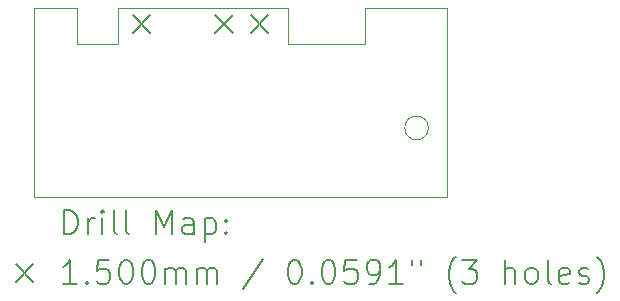
<source format=gbr>
%TF.GenerationSoftware,KiCad,Pcbnew,7.0.7*%
%TF.CreationDate,2024-04-09T12:20:53-07:00*%
%TF.ProjectId,Side A,53696465-2041-42e6-9b69-6361645f7063,rev?*%
%TF.SameCoordinates,Original*%
%TF.FileFunction,Drillmap*%
%TF.FilePolarity,Positive*%
%FSLAX45Y45*%
G04 Gerber Fmt 4.5, Leading zero omitted, Abs format (unit mm)*
G04 Created by KiCad (PCBNEW 7.0.7) date 2024-04-09 12:20:53*
%MOMM*%
%LPD*%
G01*
G04 APERTURE LIST*
%ADD10C,0.100000*%
%ADD11C,0.200000*%
%ADD12C,0.150000*%
G04 APERTURE END LIST*
D10*
X12140360Y-10966431D02*
X12140360Y-11270000D01*
X11790360Y-11270000D02*
X11790360Y-10966431D01*
X11790360Y-10966431D02*
X11425360Y-10966431D01*
X14225070Y-10966431D02*
X14225070Y-11270000D01*
X13573660Y-10966431D02*
X12140360Y-10966431D01*
X14225070Y-11270000D02*
X13573660Y-11270000D01*
X11425360Y-10966431D02*
X11425360Y-12566431D01*
X11425360Y-12566431D02*
X14925360Y-12566431D01*
X14764497Y-11984524D02*
G75*
G03*
X14764497Y-11984524I-100000J0D01*
G01*
X14925360Y-10966431D02*
X14225070Y-10966431D01*
X12140360Y-11270000D02*
X11790360Y-11270000D01*
X14925360Y-12566431D02*
X14925360Y-10966431D01*
X13573660Y-11270000D02*
X13573660Y-10966431D01*
D11*
D12*
X12260000Y-11030000D02*
X12410000Y-11180000D01*
X12410000Y-11030000D02*
X12260000Y-11180000D01*
X12960000Y-11030000D02*
X13110000Y-11180000D01*
X13110000Y-11030000D02*
X12960000Y-11180000D01*
X13260000Y-11030000D02*
X13410000Y-11180000D01*
X13410000Y-11030000D02*
X13260000Y-11180000D01*
D11*
X11681137Y-12882915D02*
X11681137Y-12682915D01*
X11681137Y-12682915D02*
X11728756Y-12682915D01*
X11728756Y-12682915D02*
X11757328Y-12692438D01*
X11757328Y-12692438D02*
X11776375Y-12711486D01*
X11776375Y-12711486D02*
X11785899Y-12730534D01*
X11785899Y-12730534D02*
X11795423Y-12768629D01*
X11795423Y-12768629D02*
X11795423Y-12797200D01*
X11795423Y-12797200D02*
X11785899Y-12835295D01*
X11785899Y-12835295D02*
X11776375Y-12854343D01*
X11776375Y-12854343D02*
X11757328Y-12873391D01*
X11757328Y-12873391D02*
X11728756Y-12882915D01*
X11728756Y-12882915D02*
X11681137Y-12882915D01*
X11881137Y-12882915D02*
X11881137Y-12749581D01*
X11881137Y-12787676D02*
X11890661Y-12768629D01*
X11890661Y-12768629D02*
X11900185Y-12759105D01*
X11900185Y-12759105D02*
X11919232Y-12749581D01*
X11919232Y-12749581D02*
X11938280Y-12749581D01*
X12004947Y-12882915D02*
X12004947Y-12749581D01*
X12004947Y-12682915D02*
X11995423Y-12692438D01*
X11995423Y-12692438D02*
X12004947Y-12701962D01*
X12004947Y-12701962D02*
X12014470Y-12692438D01*
X12014470Y-12692438D02*
X12004947Y-12682915D01*
X12004947Y-12682915D02*
X12004947Y-12701962D01*
X12128756Y-12882915D02*
X12109708Y-12873391D01*
X12109708Y-12873391D02*
X12100185Y-12854343D01*
X12100185Y-12854343D02*
X12100185Y-12682915D01*
X12233518Y-12882915D02*
X12214470Y-12873391D01*
X12214470Y-12873391D02*
X12204947Y-12854343D01*
X12204947Y-12854343D02*
X12204947Y-12682915D01*
X12462089Y-12882915D02*
X12462089Y-12682915D01*
X12462089Y-12682915D02*
X12528756Y-12825772D01*
X12528756Y-12825772D02*
X12595423Y-12682915D01*
X12595423Y-12682915D02*
X12595423Y-12882915D01*
X12776375Y-12882915D02*
X12776375Y-12778153D01*
X12776375Y-12778153D02*
X12766851Y-12759105D01*
X12766851Y-12759105D02*
X12747804Y-12749581D01*
X12747804Y-12749581D02*
X12709708Y-12749581D01*
X12709708Y-12749581D02*
X12690661Y-12759105D01*
X12776375Y-12873391D02*
X12757328Y-12882915D01*
X12757328Y-12882915D02*
X12709708Y-12882915D01*
X12709708Y-12882915D02*
X12690661Y-12873391D01*
X12690661Y-12873391D02*
X12681137Y-12854343D01*
X12681137Y-12854343D02*
X12681137Y-12835295D01*
X12681137Y-12835295D02*
X12690661Y-12816248D01*
X12690661Y-12816248D02*
X12709708Y-12806724D01*
X12709708Y-12806724D02*
X12757328Y-12806724D01*
X12757328Y-12806724D02*
X12776375Y-12797200D01*
X12871613Y-12749581D02*
X12871613Y-12949581D01*
X12871613Y-12759105D02*
X12890661Y-12749581D01*
X12890661Y-12749581D02*
X12928756Y-12749581D01*
X12928756Y-12749581D02*
X12947804Y-12759105D01*
X12947804Y-12759105D02*
X12957328Y-12768629D01*
X12957328Y-12768629D02*
X12966851Y-12787676D01*
X12966851Y-12787676D02*
X12966851Y-12844819D01*
X12966851Y-12844819D02*
X12957328Y-12863867D01*
X12957328Y-12863867D02*
X12947804Y-12873391D01*
X12947804Y-12873391D02*
X12928756Y-12882915D01*
X12928756Y-12882915D02*
X12890661Y-12882915D01*
X12890661Y-12882915D02*
X12871613Y-12873391D01*
X13052566Y-12863867D02*
X13062089Y-12873391D01*
X13062089Y-12873391D02*
X13052566Y-12882915D01*
X13052566Y-12882915D02*
X13043042Y-12873391D01*
X13043042Y-12873391D02*
X13052566Y-12863867D01*
X13052566Y-12863867D02*
X13052566Y-12882915D01*
X13052566Y-12759105D02*
X13062089Y-12768629D01*
X13062089Y-12768629D02*
X13052566Y-12778153D01*
X13052566Y-12778153D02*
X13043042Y-12768629D01*
X13043042Y-12768629D02*
X13052566Y-12759105D01*
X13052566Y-12759105D02*
X13052566Y-12778153D01*
D12*
X11270360Y-13136431D02*
X11420360Y-13286431D01*
X11420360Y-13136431D02*
X11270360Y-13286431D01*
D11*
X11785899Y-13302915D02*
X11671613Y-13302915D01*
X11728756Y-13302915D02*
X11728756Y-13102915D01*
X11728756Y-13102915D02*
X11709708Y-13131486D01*
X11709708Y-13131486D02*
X11690661Y-13150534D01*
X11690661Y-13150534D02*
X11671613Y-13160057D01*
X11871613Y-13283867D02*
X11881137Y-13293391D01*
X11881137Y-13293391D02*
X11871613Y-13302915D01*
X11871613Y-13302915D02*
X11862089Y-13293391D01*
X11862089Y-13293391D02*
X11871613Y-13283867D01*
X11871613Y-13283867D02*
X11871613Y-13302915D01*
X12062089Y-13102915D02*
X11966851Y-13102915D01*
X11966851Y-13102915D02*
X11957328Y-13198153D01*
X11957328Y-13198153D02*
X11966851Y-13188629D01*
X11966851Y-13188629D02*
X11985899Y-13179105D01*
X11985899Y-13179105D02*
X12033518Y-13179105D01*
X12033518Y-13179105D02*
X12052566Y-13188629D01*
X12052566Y-13188629D02*
X12062089Y-13198153D01*
X12062089Y-13198153D02*
X12071613Y-13217200D01*
X12071613Y-13217200D02*
X12071613Y-13264819D01*
X12071613Y-13264819D02*
X12062089Y-13283867D01*
X12062089Y-13283867D02*
X12052566Y-13293391D01*
X12052566Y-13293391D02*
X12033518Y-13302915D01*
X12033518Y-13302915D02*
X11985899Y-13302915D01*
X11985899Y-13302915D02*
X11966851Y-13293391D01*
X11966851Y-13293391D02*
X11957328Y-13283867D01*
X12195423Y-13102915D02*
X12214470Y-13102915D01*
X12214470Y-13102915D02*
X12233518Y-13112438D01*
X12233518Y-13112438D02*
X12243042Y-13121962D01*
X12243042Y-13121962D02*
X12252566Y-13141010D01*
X12252566Y-13141010D02*
X12262089Y-13179105D01*
X12262089Y-13179105D02*
X12262089Y-13226724D01*
X12262089Y-13226724D02*
X12252566Y-13264819D01*
X12252566Y-13264819D02*
X12243042Y-13283867D01*
X12243042Y-13283867D02*
X12233518Y-13293391D01*
X12233518Y-13293391D02*
X12214470Y-13302915D01*
X12214470Y-13302915D02*
X12195423Y-13302915D01*
X12195423Y-13302915D02*
X12176375Y-13293391D01*
X12176375Y-13293391D02*
X12166851Y-13283867D01*
X12166851Y-13283867D02*
X12157328Y-13264819D01*
X12157328Y-13264819D02*
X12147804Y-13226724D01*
X12147804Y-13226724D02*
X12147804Y-13179105D01*
X12147804Y-13179105D02*
X12157328Y-13141010D01*
X12157328Y-13141010D02*
X12166851Y-13121962D01*
X12166851Y-13121962D02*
X12176375Y-13112438D01*
X12176375Y-13112438D02*
X12195423Y-13102915D01*
X12385899Y-13102915D02*
X12404947Y-13102915D01*
X12404947Y-13102915D02*
X12423994Y-13112438D01*
X12423994Y-13112438D02*
X12433518Y-13121962D01*
X12433518Y-13121962D02*
X12443042Y-13141010D01*
X12443042Y-13141010D02*
X12452566Y-13179105D01*
X12452566Y-13179105D02*
X12452566Y-13226724D01*
X12452566Y-13226724D02*
X12443042Y-13264819D01*
X12443042Y-13264819D02*
X12433518Y-13283867D01*
X12433518Y-13283867D02*
X12423994Y-13293391D01*
X12423994Y-13293391D02*
X12404947Y-13302915D01*
X12404947Y-13302915D02*
X12385899Y-13302915D01*
X12385899Y-13302915D02*
X12366851Y-13293391D01*
X12366851Y-13293391D02*
X12357328Y-13283867D01*
X12357328Y-13283867D02*
X12347804Y-13264819D01*
X12347804Y-13264819D02*
X12338280Y-13226724D01*
X12338280Y-13226724D02*
X12338280Y-13179105D01*
X12338280Y-13179105D02*
X12347804Y-13141010D01*
X12347804Y-13141010D02*
X12357328Y-13121962D01*
X12357328Y-13121962D02*
X12366851Y-13112438D01*
X12366851Y-13112438D02*
X12385899Y-13102915D01*
X12538280Y-13302915D02*
X12538280Y-13169581D01*
X12538280Y-13188629D02*
X12547804Y-13179105D01*
X12547804Y-13179105D02*
X12566851Y-13169581D01*
X12566851Y-13169581D02*
X12595423Y-13169581D01*
X12595423Y-13169581D02*
X12614470Y-13179105D01*
X12614470Y-13179105D02*
X12623994Y-13198153D01*
X12623994Y-13198153D02*
X12623994Y-13302915D01*
X12623994Y-13198153D02*
X12633518Y-13179105D01*
X12633518Y-13179105D02*
X12652566Y-13169581D01*
X12652566Y-13169581D02*
X12681137Y-13169581D01*
X12681137Y-13169581D02*
X12700185Y-13179105D01*
X12700185Y-13179105D02*
X12709709Y-13198153D01*
X12709709Y-13198153D02*
X12709709Y-13302915D01*
X12804947Y-13302915D02*
X12804947Y-13169581D01*
X12804947Y-13188629D02*
X12814470Y-13179105D01*
X12814470Y-13179105D02*
X12833518Y-13169581D01*
X12833518Y-13169581D02*
X12862090Y-13169581D01*
X12862090Y-13169581D02*
X12881137Y-13179105D01*
X12881137Y-13179105D02*
X12890661Y-13198153D01*
X12890661Y-13198153D02*
X12890661Y-13302915D01*
X12890661Y-13198153D02*
X12900185Y-13179105D01*
X12900185Y-13179105D02*
X12919232Y-13169581D01*
X12919232Y-13169581D02*
X12947804Y-13169581D01*
X12947804Y-13169581D02*
X12966851Y-13179105D01*
X12966851Y-13179105D02*
X12976375Y-13198153D01*
X12976375Y-13198153D02*
X12976375Y-13302915D01*
X13366851Y-13093391D02*
X13195423Y-13350534D01*
X13623994Y-13102915D02*
X13643042Y-13102915D01*
X13643042Y-13102915D02*
X13662090Y-13112438D01*
X13662090Y-13112438D02*
X13671613Y-13121962D01*
X13671613Y-13121962D02*
X13681137Y-13141010D01*
X13681137Y-13141010D02*
X13690661Y-13179105D01*
X13690661Y-13179105D02*
X13690661Y-13226724D01*
X13690661Y-13226724D02*
X13681137Y-13264819D01*
X13681137Y-13264819D02*
X13671613Y-13283867D01*
X13671613Y-13283867D02*
X13662090Y-13293391D01*
X13662090Y-13293391D02*
X13643042Y-13302915D01*
X13643042Y-13302915D02*
X13623994Y-13302915D01*
X13623994Y-13302915D02*
X13604947Y-13293391D01*
X13604947Y-13293391D02*
X13595423Y-13283867D01*
X13595423Y-13283867D02*
X13585899Y-13264819D01*
X13585899Y-13264819D02*
X13576375Y-13226724D01*
X13576375Y-13226724D02*
X13576375Y-13179105D01*
X13576375Y-13179105D02*
X13585899Y-13141010D01*
X13585899Y-13141010D02*
X13595423Y-13121962D01*
X13595423Y-13121962D02*
X13604947Y-13112438D01*
X13604947Y-13112438D02*
X13623994Y-13102915D01*
X13776375Y-13283867D02*
X13785899Y-13293391D01*
X13785899Y-13293391D02*
X13776375Y-13302915D01*
X13776375Y-13302915D02*
X13766852Y-13293391D01*
X13766852Y-13293391D02*
X13776375Y-13283867D01*
X13776375Y-13283867D02*
X13776375Y-13302915D01*
X13909709Y-13102915D02*
X13928756Y-13102915D01*
X13928756Y-13102915D02*
X13947804Y-13112438D01*
X13947804Y-13112438D02*
X13957328Y-13121962D01*
X13957328Y-13121962D02*
X13966852Y-13141010D01*
X13966852Y-13141010D02*
X13976375Y-13179105D01*
X13976375Y-13179105D02*
X13976375Y-13226724D01*
X13976375Y-13226724D02*
X13966852Y-13264819D01*
X13966852Y-13264819D02*
X13957328Y-13283867D01*
X13957328Y-13283867D02*
X13947804Y-13293391D01*
X13947804Y-13293391D02*
X13928756Y-13302915D01*
X13928756Y-13302915D02*
X13909709Y-13302915D01*
X13909709Y-13302915D02*
X13890661Y-13293391D01*
X13890661Y-13293391D02*
X13881137Y-13283867D01*
X13881137Y-13283867D02*
X13871613Y-13264819D01*
X13871613Y-13264819D02*
X13862090Y-13226724D01*
X13862090Y-13226724D02*
X13862090Y-13179105D01*
X13862090Y-13179105D02*
X13871613Y-13141010D01*
X13871613Y-13141010D02*
X13881137Y-13121962D01*
X13881137Y-13121962D02*
X13890661Y-13112438D01*
X13890661Y-13112438D02*
X13909709Y-13102915D01*
X14157328Y-13102915D02*
X14062090Y-13102915D01*
X14062090Y-13102915D02*
X14052566Y-13198153D01*
X14052566Y-13198153D02*
X14062090Y-13188629D01*
X14062090Y-13188629D02*
X14081137Y-13179105D01*
X14081137Y-13179105D02*
X14128756Y-13179105D01*
X14128756Y-13179105D02*
X14147804Y-13188629D01*
X14147804Y-13188629D02*
X14157328Y-13198153D01*
X14157328Y-13198153D02*
X14166852Y-13217200D01*
X14166852Y-13217200D02*
X14166852Y-13264819D01*
X14166852Y-13264819D02*
X14157328Y-13283867D01*
X14157328Y-13283867D02*
X14147804Y-13293391D01*
X14147804Y-13293391D02*
X14128756Y-13302915D01*
X14128756Y-13302915D02*
X14081137Y-13302915D01*
X14081137Y-13302915D02*
X14062090Y-13293391D01*
X14062090Y-13293391D02*
X14052566Y-13283867D01*
X14262090Y-13302915D02*
X14300185Y-13302915D01*
X14300185Y-13302915D02*
X14319233Y-13293391D01*
X14319233Y-13293391D02*
X14328756Y-13283867D01*
X14328756Y-13283867D02*
X14347804Y-13255295D01*
X14347804Y-13255295D02*
X14357328Y-13217200D01*
X14357328Y-13217200D02*
X14357328Y-13141010D01*
X14357328Y-13141010D02*
X14347804Y-13121962D01*
X14347804Y-13121962D02*
X14338280Y-13112438D01*
X14338280Y-13112438D02*
X14319233Y-13102915D01*
X14319233Y-13102915D02*
X14281137Y-13102915D01*
X14281137Y-13102915D02*
X14262090Y-13112438D01*
X14262090Y-13112438D02*
X14252566Y-13121962D01*
X14252566Y-13121962D02*
X14243042Y-13141010D01*
X14243042Y-13141010D02*
X14243042Y-13188629D01*
X14243042Y-13188629D02*
X14252566Y-13207676D01*
X14252566Y-13207676D02*
X14262090Y-13217200D01*
X14262090Y-13217200D02*
X14281137Y-13226724D01*
X14281137Y-13226724D02*
X14319233Y-13226724D01*
X14319233Y-13226724D02*
X14338280Y-13217200D01*
X14338280Y-13217200D02*
X14347804Y-13207676D01*
X14347804Y-13207676D02*
X14357328Y-13188629D01*
X14547804Y-13302915D02*
X14433518Y-13302915D01*
X14490661Y-13302915D02*
X14490661Y-13102915D01*
X14490661Y-13102915D02*
X14471613Y-13131486D01*
X14471613Y-13131486D02*
X14452566Y-13150534D01*
X14452566Y-13150534D02*
X14433518Y-13160057D01*
X14623994Y-13102915D02*
X14623994Y-13141010D01*
X14700185Y-13102915D02*
X14700185Y-13141010D01*
X14995423Y-13379105D02*
X14985899Y-13369581D01*
X14985899Y-13369581D02*
X14966852Y-13341010D01*
X14966852Y-13341010D02*
X14957328Y-13321962D01*
X14957328Y-13321962D02*
X14947804Y-13293391D01*
X14947804Y-13293391D02*
X14938280Y-13245772D01*
X14938280Y-13245772D02*
X14938280Y-13207676D01*
X14938280Y-13207676D02*
X14947804Y-13160057D01*
X14947804Y-13160057D02*
X14957328Y-13131486D01*
X14957328Y-13131486D02*
X14966852Y-13112438D01*
X14966852Y-13112438D02*
X14985899Y-13083867D01*
X14985899Y-13083867D02*
X14995423Y-13074343D01*
X15052566Y-13102915D02*
X15176375Y-13102915D01*
X15176375Y-13102915D02*
X15109709Y-13179105D01*
X15109709Y-13179105D02*
X15138280Y-13179105D01*
X15138280Y-13179105D02*
X15157328Y-13188629D01*
X15157328Y-13188629D02*
X15166852Y-13198153D01*
X15166852Y-13198153D02*
X15176375Y-13217200D01*
X15176375Y-13217200D02*
X15176375Y-13264819D01*
X15176375Y-13264819D02*
X15166852Y-13283867D01*
X15166852Y-13283867D02*
X15157328Y-13293391D01*
X15157328Y-13293391D02*
X15138280Y-13302915D01*
X15138280Y-13302915D02*
X15081137Y-13302915D01*
X15081137Y-13302915D02*
X15062090Y-13293391D01*
X15062090Y-13293391D02*
X15052566Y-13283867D01*
X15414471Y-13302915D02*
X15414471Y-13102915D01*
X15500185Y-13302915D02*
X15500185Y-13198153D01*
X15500185Y-13198153D02*
X15490661Y-13179105D01*
X15490661Y-13179105D02*
X15471614Y-13169581D01*
X15471614Y-13169581D02*
X15443042Y-13169581D01*
X15443042Y-13169581D02*
X15423995Y-13179105D01*
X15423995Y-13179105D02*
X15414471Y-13188629D01*
X15623995Y-13302915D02*
X15604947Y-13293391D01*
X15604947Y-13293391D02*
X15595423Y-13283867D01*
X15595423Y-13283867D02*
X15585899Y-13264819D01*
X15585899Y-13264819D02*
X15585899Y-13207676D01*
X15585899Y-13207676D02*
X15595423Y-13188629D01*
X15595423Y-13188629D02*
X15604947Y-13179105D01*
X15604947Y-13179105D02*
X15623995Y-13169581D01*
X15623995Y-13169581D02*
X15652566Y-13169581D01*
X15652566Y-13169581D02*
X15671614Y-13179105D01*
X15671614Y-13179105D02*
X15681137Y-13188629D01*
X15681137Y-13188629D02*
X15690661Y-13207676D01*
X15690661Y-13207676D02*
X15690661Y-13264819D01*
X15690661Y-13264819D02*
X15681137Y-13283867D01*
X15681137Y-13283867D02*
X15671614Y-13293391D01*
X15671614Y-13293391D02*
X15652566Y-13302915D01*
X15652566Y-13302915D02*
X15623995Y-13302915D01*
X15804947Y-13302915D02*
X15785899Y-13293391D01*
X15785899Y-13293391D02*
X15776376Y-13274343D01*
X15776376Y-13274343D02*
X15776376Y-13102915D01*
X15957328Y-13293391D02*
X15938280Y-13302915D01*
X15938280Y-13302915D02*
X15900185Y-13302915D01*
X15900185Y-13302915D02*
X15881137Y-13293391D01*
X15881137Y-13293391D02*
X15871614Y-13274343D01*
X15871614Y-13274343D02*
X15871614Y-13198153D01*
X15871614Y-13198153D02*
X15881137Y-13179105D01*
X15881137Y-13179105D02*
X15900185Y-13169581D01*
X15900185Y-13169581D02*
X15938280Y-13169581D01*
X15938280Y-13169581D02*
X15957328Y-13179105D01*
X15957328Y-13179105D02*
X15966852Y-13198153D01*
X15966852Y-13198153D02*
X15966852Y-13217200D01*
X15966852Y-13217200D02*
X15871614Y-13236248D01*
X16043042Y-13293391D02*
X16062090Y-13302915D01*
X16062090Y-13302915D02*
X16100185Y-13302915D01*
X16100185Y-13302915D02*
X16119233Y-13293391D01*
X16119233Y-13293391D02*
X16128757Y-13274343D01*
X16128757Y-13274343D02*
X16128757Y-13264819D01*
X16128757Y-13264819D02*
X16119233Y-13245772D01*
X16119233Y-13245772D02*
X16100185Y-13236248D01*
X16100185Y-13236248D02*
X16071614Y-13236248D01*
X16071614Y-13236248D02*
X16052566Y-13226724D01*
X16052566Y-13226724D02*
X16043042Y-13207676D01*
X16043042Y-13207676D02*
X16043042Y-13198153D01*
X16043042Y-13198153D02*
X16052566Y-13179105D01*
X16052566Y-13179105D02*
X16071614Y-13169581D01*
X16071614Y-13169581D02*
X16100185Y-13169581D01*
X16100185Y-13169581D02*
X16119233Y-13179105D01*
X16195423Y-13379105D02*
X16204947Y-13369581D01*
X16204947Y-13369581D02*
X16223995Y-13341010D01*
X16223995Y-13341010D02*
X16233518Y-13321962D01*
X16233518Y-13321962D02*
X16243042Y-13293391D01*
X16243042Y-13293391D02*
X16252566Y-13245772D01*
X16252566Y-13245772D02*
X16252566Y-13207676D01*
X16252566Y-13207676D02*
X16243042Y-13160057D01*
X16243042Y-13160057D02*
X16233518Y-13131486D01*
X16233518Y-13131486D02*
X16223995Y-13112438D01*
X16223995Y-13112438D02*
X16204947Y-13083867D01*
X16204947Y-13083867D02*
X16195423Y-13074343D01*
M02*

</source>
